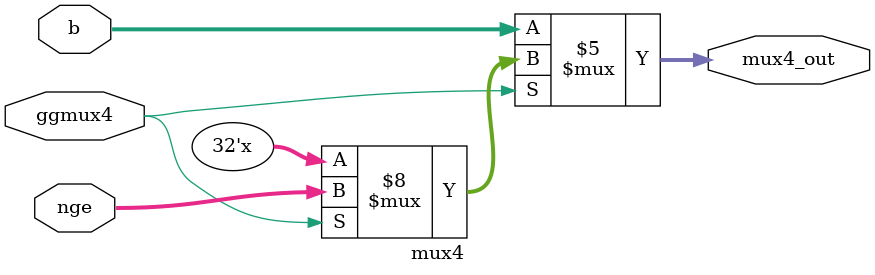
<source format=v>
`timescale 1ns/1ps

module mux4(
    input [31:0] nge,
    input [31:0] b,
    input ggmux4,
    output reg [31:0] mux4_out
);

always@(*)
begin
	if(ggmux4 == 1)begin
		mux4_out = nge;
	end
	if(ggmux4 == 0)begin
		mux4_out = b;
	end
end
// cambiar 0's y 1's si falla
endmodule
</source>
